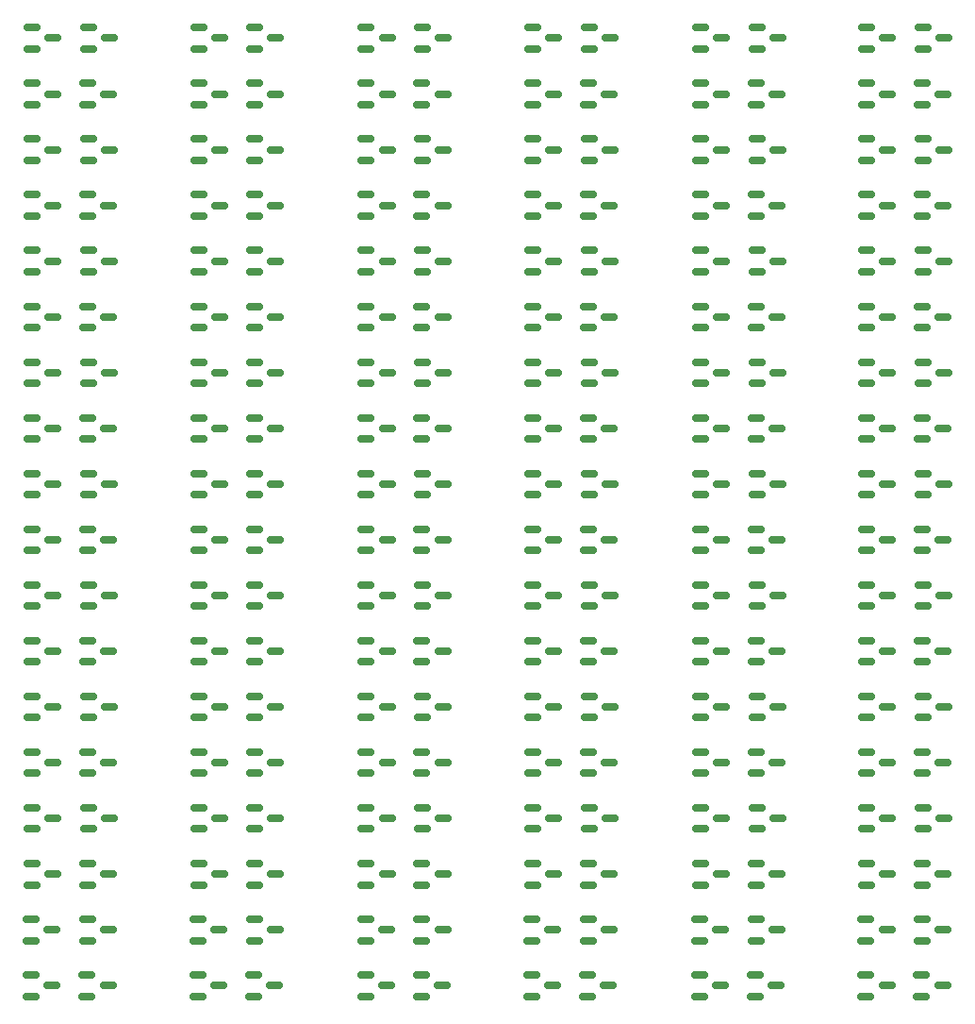
<source format=gbr>
%TF.GenerationSoftware,KiCad,Pcbnew,(6.0.10)*%
%TF.CreationDate,2023-01-14T17:24:48+01:00*%
%TF.ProjectId,transistor_party,7472616e-7369-4737-946f-725f70617274,rev?*%
%TF.SameCoordinates,Original*%
%TF.FileFunction,Paste,Top*%
%TF.FilePolarity,Positive*%
%FSLAX46Y46*%
G04 Gerber Fmt 4.6, Leading zero omitted, Abs format (unit mm)*
G04 Created by KiCad (PCBNEW (6.0.10)) date 2023-01-14 17:24:48*
%MOMM*%
%LPD*%
G01*
G04 APERTURE LIST*
G04 Aperture macros list*
%AMRoundRect*
0 Rectangle with rounded corners*
0 $1 Rounding radius*
0 $2 $3 $4 $5 $6 $7 $8 $9 X,Y pos of 4 corners*
0 Add a 4 corners polygon primitive as box body*
4,1,4,$2,$3,$4,$5,$6,$7,$8,$9,$2,$3,0*
0 Add four circle primitives for the rounded corners*
1,1,$1+$1,$2,$3*
1,1,$1+$1,$4,$5*
1,1,$1+$1,$6,$7*
1,1,$1+$1,$8,$9*
0 Add four rect primitives between the rounded corners*
20,1,$1+$1,$2,$3,$4,$5,0*
20,1,$1+$1,$4,$5,$6,$7,0*
20,1,$1+$1,$6,$7,$8,$9,0*
20,1,$1+$1,$8,$9,$2,$3,0*%
G04 Aperture macros list end*
%ADD10RoundRect,0.150000X-0.587500X-0.150000X0.587500X-0.150000X0.587500X0.150000X-0.587500X0.150000X0*%
G04 APERTURE END LIST*
D10*
%TO.C,Q215*%
X136937500Y-119550000D03*
X136937500Y-121450000D03*
X138812500Y-120500000D03*
%TD*%
%TO.C,Q202*%
X128937500Y-115500000D03*
X127062500Y-116450000D03*
X127062500Y-114550000D03*
%TD*%
%TO.C,Q216*%
X141937500Y-119550000D03*
X141937500Y-121450000D03*
X143812500Y-120500000D03*
%TD*%
%TO.C,Q194*%
X68937500Y-115500000D03*
X67062500Y-116450000D03*
X67062500Y-114550000D03*
%TD*%
%TO.C,Q205*%
X62000000Y-119550000D03*
X62000000Y-121450000D03*
X63875000Y-120500000D03*
%TD*%
%TO.C,Q206*%
X67000000Y-119550000D03*
X67000000Y-121450000D03*
X68875000Y-120500000D03*
%TD*%
%TO.C,Q193*%
X63875000Y-115500000D03*
X62000000Y-116450000D03*
X62000000Y-114550000D03*
%TD*%
%TO.C,Q199*%
X108812500Y-115500000D03*
X106937500Y-116450000D03*
X106937500Y-114550000D03*
%TD*%
%TO.C,Q212*%
X111937500Y-119550000D03*
X111937500Y-121450000D03*
X113812500Y-120500000D03*
%TD*%
%TO.C,Q197*%
X93875000Y-115500000D03*
X92000000Y-116450000D03*
X92000000Y-114550000D03*
%TD*%
%TO.C,Q201*%
X123875000Y-115500000D03*
X122000000Y-116450000D03*
X122000000Y-114550000D03*
%TD*%
%TO.C,Q204*%
X143875000Y-115500000D03*
X142000000Y-116450000D03*
X142000000Y-114550000D03*
%TD*%
%TO.C,Q209*%
X92000000Y-119550000D03*
X92000000Y-121450000D03*
X93875000Y-120500000D03*
%TD*%
%TO.C,Q198*%
X98937500Y-115500000D03*
X97062500Y-116450000D03*
X97062500Y-114550000D03*
%TD*%
%TO.C,Q210*%
X97000000Y-119550000D03*
X97000000Y-121450000D03*
X98875000Y-120500000D03*
%TD*%
%TO.C,Q211*%
X106937500Y-119550000D03*
X106937500Y-121450000D03*
X108812500Y-120500000D03*
%TD*%
%TO.C,Q200*%
X113875000Y-115500000D03*
X112000000Y-116450000D03*
X112000000Y-114550000D03*
%TD*%
%TO.C,Q196*%
X83875000Y-115500000D03*
X82000000Y-116450000D03*
X82000000Y-114550000D03*
%TD*%
%TO.C,Q207*%
X76937500Y-119550000D03*
X76937500Y-121450000D03*
X78812500Y-120500000D03*
%TD*%
%TO.C,Q195*%
X78812500Y-115500000D03*
X76937500Y-116450000D03*
X76937500Y-114550000D03*
%TD*%
%TO.C,Q208*%
X81937500Y-119550000D03*
X81937500Y-121450000D03*
X83812500Y-120500000D03*
%TD*%
%TO.C,Q213*%
X122000000Y-119550000D03*
X122000000Y-121450000D03*
X123875000Y-120500000D03*
%TD*%
%TO.C,Q203*%
X138812500Y-115500000D03*
X136937500Y-116450000D03*
X136937500Y-114550000D03*
%TD*%
%TO.C,Q214*%
X127000000Y-119550000D03*
X127000000Y-121450000D03*
X128875000Y-120500000D03*
%TD*%
%TO.C,Q143*%
X137000000Y-89550000D03*
X137000000Y-91450000D03*
X138875000Y-90500000D03*
%TD*%
%TO.C,Q130*%
X129000000Y-85500000D03*
X127125000Y-86450000D03*
X127125000Y-84550000D03*
%TD*%
%TO.C,Q98*%
X69000000Y-75500000D03*
X67125000Y-76450000D03*
X67125000Y-74550000D03*
%TD*%
%TO.C,Q109*%
X62062500Y-79550000D03*
X62062500Y-81450000D03*
X63937500Y-80500000D03*
%TD*%
%TO.C,Q110*%
X67062500Y-79550000D03*
X67062500Y-81450000D03*
X68937500Y-80500000D03*
%TD*%
%TO.C,Q97*%
X63937500Y-75500000D03*
X62062500Y-76450000D03*
X62062500Y-74550000D03*
%TD*%
%TO.C,Q191*%
X137000000Y-109550000D03*
X137000000Y-111450000D03*
X138875000Y-110500000D03*
%TD*%
%TO.C,Q178*%
X129000000Y-105500000D03*
X127125000Y-106450000D03*
X127125000Y-104550000D03*
%TD*%
%TO.C,Q146*%
X69000000Y-95500000D03*
X67125000Y-96450000D03*
X67125000Y-94550000D03*
%TD*%
%TO.C,Q157*%
X62062500Y-99550000D03*
X62062500Y-101450000D03*
X63937500Y-100500000D03*
%TD*%
%TO.C,Q158*%
X67062500Y-99550000D03*
X67062500Y-101450000D03*
X68937500Y-100500000D03*
%TD*%
%TO.C,Q145*%
X63937500Y-95500000D03*
X62062500Y-96450000D03*
X62062500Y-94550000D03*
%TD*%
%TO.C,Q168*%
X142000000Y-99550000D03*
X142000000Y-101450000D03*
X143875000Y-100500000D03*
%TD*%
%TO.C,Q120*%
X142000000Y-79550000D03*
X142000000Y-81450000D03*
X143875000Y-80500000D03*
%TD*%
%TO.C,Q119*%
X137000000Y-79550000D03*
X137000000Y-81450000D03*
X138875000Y-80500000D03*
%TD*%
%TO.C,Q103*%
X108875000Y-75500000D03*
X107000000Y-76450000D03*
X107000000Y-74550000D03*
%TD*%
%TO.C,Q116*%
X112000000Y-79550000D03*
X112000000Y-81450000D03*
X113875000Y-80500000D03*
%TD*%
%TO.C,Q101*%
X93937500Y-75500000D03*
X92062500Y-76450000D03*
X92062500Y-74550000D03*
%TD*%
%TO.C,Q122*%
X69000000Y-85500000D03*
X67125000Y-86450000D03*
X67125000Y-84550000D03*
%TD*%
%TO.C,Q133*%
X62062500Y-89550000D03*
X62062500Y-91450000D03*
X63937500Y-90500000D03*
%TD*%
%TO.C,Q134*%
X67062500Y-89550000D03*
X67062500Y-91450000D03*
X68937500Y-90500000D03*
%TD*%
%TO.C,Q121*%
X63937500Y-85500000D03*
X62062500Y-86450000D03*
X62062500Y-84550000D03*
%TD*%
%TO.C,Q144*%
X142000000Y-89550000D03*
X142000000Y-91450000D03*
X143875000Y-90500000D03*
%TD*%
%TO.C,Q192*%
X142000000Y-109550000D03*
X142000000Y-111450000D03*
X143875000Y-110500000D03*
%TD*%
%TO.C,Q127*%
X108875000Y-85500000D03*
X107000000Y-86450000D03*
X107000000Y-84550000D03*
%TD*%
%TO.C,Q140*%
X112000000Y-89550000D03*
X112000000Y-91450000D03*
X113875000Y-90500000D03*
%TD*%
%TO.C,Q125*%
X93937500Y-85500000D03*
X92062500Y-86450000D03*
X92062500Y-84550000D03*
%TD*%
%TO.C,Q129*%
X123937500Y-85500000D03*
X122062500Y-86450000D03*
X122062500Y-84550000D03*
%TD*%
%TO.C,Q132*%
X143937500Y-85500000D03*
X142062500Y-86450000D03*
X142062500Y-84550000D03*
%TD*%
%TO.C,Q137*%
X92062500Y-89550000D03*
X92062500Y-91450000D03*
X93937500Y-90500000D03*
%TD*%
%TO.C,Q126*%
X99000000Y-85500000D03*
X97125000Y-86450000D03*
X97125000Y-84550000D03*
%TD*%
%TO.C,Q138*%
X97062500Y-89550000D03*
X97062500Y-91450000D03*
X98937500Y-90500000D03*
%TD*%
%TO.C,Q139*%
X107000000Y-89550000D03*
X107000000Y-91450000D03*
X108875000Y-90500000D03*
%TD*%
%TO.C,Q128*%
X113937500Y-85500000D03*
X112062500Y-86450000D03*
X112062500Y-84550000D03*
%TD*%
%TO.C,Q124*%
X83937500Y-85500000D03*
X82062500Y-86450000D03*
X82062500Y-84550000D03*
%TD*%
%TO.C,Q135*%
X77000000Y-89550000D03*
X77000000Y-91450000D03*
X78875000Y-90500000D03*
%TD*%
%TO.C,Q152*%
X113937500Y-95500000D03*
X112062500Y-96450000D03*
X112062500Y-94550000D03*
%TD*%
%TO.C,Q148*%
X83937500Y-95500000D03*
X82062500Y-96450000D03*
X82062500Y-94550000D03*
%TD*%
%TO.C,Q159*%
X77000000Y-99550000D03*
X77000000Y-101450000D03*
X78875000Y-100500000D03*
%TD*%
%TO.C,Q147*%
X78875000Y-95500000D03*
X77000000Y-96450000D03*
X77000000Y-94550000D03*
%TD*%
%TO.C,Q160*%
X82000000Y-99550000D03*
X82000000Y-101450000D03*
X83875000Y-100500000D03*
%TD*%
%TO.C,Q166*%
X127062500Y-99550000D03*
X127062500Y-101450000D03*
X128937500Y-100500000D03*
%TD*%
%TO.C,Q154*%
X129000000Y-95500000D03*
X127125000Y-96450000D03*
X127125000Y-94550000D03*
%TD*%
%TO.C,Q165*%
X122062500Y-99550000D03*
X122062500Y-101450000D03*
X123937500Y-100500000D03*
%TD*%
%TO.C,Q155*%
X138875000Y-95500000D03*
X137000000Y-96450000D03*
X137000000Y-94550000D03*
%TD*%
%TO.C,Q105*%
X123937500Y-75500000D03*
X122062500Y-76450000D03*
X122062500Y-74550000D03*
%TD*%
%TO.C,Q123*%
X78875000Y-85500000D03*
X77000000Y-86450000D03*
X77000000Y-84550000D03*
%TD*%
%TO.C,Q136*%
X82000000Y-89550000D03*
X82000000Y-91450000D03*
X83875000Y-90500000D03*
%TD*%
%TO.C,Q141*%
X122062500Y-89550000D03*
X122062500Y-91450000D03*
X123937500Y-90500000D03*
%TD*%
%TO.C,Q131*%
X138875000Y-85500000D03*
X137000000Y-86450000D03*
X137000000Y-84550000D03*
%TD*%
%TO.C,Q108*%
X143937500Y-75500000D03*
X142062500Y-76450000D03*
X142062500Y-74550000D03*
%TD*%
%TO.C,Q167*%
X137000000Y-99550000D03*
X137000000Y-101450000D03*
X138875000Y-100500000D03*
%TD*%
%TO.C,Q151*%
X108875000Y-95500000D03*
X107000000Y-96450000D03*
X107000000Y-94550000D03*
%TD*%
%TO.C,Q164*%
X112000000Y-99550000D03*
X112000000Y-101450000D03*
X113875000Y-100500000D03*
%TD*%
%TO.C,Q149*%
X93937500Y-95500000D03*
X92062500Y-96450000D03*
X92062500Y-94550000D03*
%TD*%
%TO.C,Q170*%
X69000000Y-105500000D03*
X67125000Y-106450000D03*
X67125000Y-104550000D03*
%TD*%
%TO.C,Q181*%
X62062500Y-109550000D03*
X62062500Y-111450000D03*
X63937500Y-110500000D03*
%TD*%
%TO.C,Q182*%
X67062500Y-109550000D03*
X67062500Y-111450000D03*
X68937500Y-110500000D03*
%TD*%
%TO.C,Q169*%
X63937500Y-105500000D03*
X62062500Y-106450000D03*
X62062500Y-104550000D03*
%TD*%
%TO.C,Q175*%
X108875000Y-105500000D03*
X107000000Y-106450000D03*
X107000000Y-104550000D03*
%TD*%
%TO.C,Q188*%
X112000000Y-109550000D03*
X112000000Y-111450000D03*
X113875000Y-110500000D03*
%TD*%
%TO.C,Q173*%
X93937500Y-105500000D03*
X92062500Y-106450000D03*
X92062500Y-104550000D03*
%TD*%
%TO.C,Q177*%
X123937500Y-105500000D03*
X122062500Y-106450000D03*
X122062500Y-104550000D03*
%TD*%
%TO.C,Q180*%
X143937500Y-105500000D03*
X142062500Y-106450000D03*
X142062500Y-104550000D03*
%TD*%
%TO.C,Q185*%
X92062500Y-109550000D03*
X92062500Y-111450000D03*
X93937500Y-110500000D03*
%TD*%
%TO.C,Q174*%
X99000000Y-105500000D03*
X97125000Y-106450000D03*
X97125000Y-104550000D03*
%TD*%
%TO.C,Q186*%
X97062500Y-109550000D03*
X97062500Y-111450000D03*
X98937500Y-110500000D03*
%TD*%
%TO.C,Q187*%
X107000000Y-109550000D03*
X107000000Y-111450000D03*
X108875000Y-110500000D03*
%TD*%
%TO.C,Q176*%
X113937500Y-105500000D03*
X112062500Y-106450000D03*
X112062500Y-104550000D03*
%TD*%
%TO.C,Q172*%
X83937500Y-105500000D03*
X82062500Y-106450000D03*
X82062500Y-104550000D03*
%TD*%
%TO.C,Q183*%
X77000000Y-109550000D03*
X77000000Y-111450000D03*
X78875000Y-110500000D03*
%TD*%
%TO.C,Q153*%
X123937500Y-95500000D03*
X122062500Y-96450000D03*
X122062500Y-94550000D03*
%TD*%
%TO.C,Q171*%
X78875000Y-105500000D03*
X77000000Y-106450000D03*
X77000000Y-104550000D03*
%TD*%
%TO.C,Q184*%
X82000000Y-109550000D03*
X82000000Y-111450000D03*
X83875000Y-110500000D03*
%TD*%
%TO.C,Q189*%
X122062500Y-109550000D03*
X122062500Y-111450000D03*
X123937500Y-110500000D03*
%TD*%
%TO.C,Q179*%
X138875000Y-105500000D03*
X137000000Y-106450000D03*
X137000000Y-104550000D03*
%TD*%
%TO.C,Q156*%
X143937500Y-95500000D03*
X142062500Y-96450000D03*
X142062500Y-94550000D03*
%TD*%
%TO.C,Q190*%
X127062500Y-109550000D03*
X127062500Y-111450000D03*
X128937500Y-110500000D03*
%TD*%
%TO.C,Q161*%
X92062500Y-99550000D03*
X92062500Y-101450000D03*
X93937500Y-100500000D03*
%TD*%
%TO.C,Q150*%
X99000000Y-95500000D03*
X97125000Y-96450000D03*
X97125000Y-94550000D03*
%TD*%
%TO.C,Q162*%
X97062500Y-99550000D03*
X97062500Y-101450000D03*
X98937500Y-100500000D03*
%TD*%
%TO.C,Q163*%
X107000000Y-99550000D03*
X107000000Y-101450000D03*
X108875000Y-100500000D03*
%TD*%
%TO.C,Q142*%
X127062500Y-89550000D03*
X127062500Y-91450000D03*
X128937500Y-90500000D03*
%TD*%
%TO.C,Q113*%
X92062500Y-79550000D03*
X92062500Y-81450000D03*
X93937500Y-80500000D03*
%TD*%
%TO.C,Q102*%
X99000000Y-75500000D03*
X97125000Y-76450000D03*
X97125000Y-74550000D03*
%TD*%
%TO.C,Q114*%
X97062500Y-79550000D03*
X97062500Y-81450000D03*
X98937500Y-80500000D03*
%TD*%
%TO.C,Q115*%
X107000000Y-79550000D03*
X107000000Y-81450000D03*
X108875000Y-80500000D03*
%TD*%
%TO.C,Q104*%
X113937500Y-75500000D03*
X112062500Y-76450000D03*
X112062500Y-74550000D03*
%TD*%
%TO.C,Q100*%
X83937500Y-75500000D03*
X82062500Y-76450000D03*
X82062500Y-74550000D03*
%TD*%
%TO.C,Q111*%
X77000000Y-79550000D03*
X77000000Y-81450000D03*
X78875000Y-80500000D03*
%TD*%
%TO.C,Q99*%
X78875000Y-75500000D03*
X77000000Y-76450000D03*
X77000000Y-74550000D03*
%TD*%
%TO.C,Q112*%
X82000000Y-79550000D03*
X82000000Y-81450000D03*
X83875000Y-80500000D03*
%TD*%
%TO.C,Q118*%
X127062500Y-79550000D03*
X127062500Y-81450000D03*
X128937500Y-80500000D03*
%TD*%
%TO.C,Q106*%
X129000000Y-75500000D03*
X127125000Y-76450000D03*
X127125000Y-74550000D03*
%TD*%
%TO.C,Q117*%
X122062500Y-79550000D03*
X122062500Y-81450000D03*
X123937500Y-80500000D03*
%TD*%
%TO.C,Q107*%
X138875000Y-75500000D03*
X137000000Y-76450000D03*
X137000000Y-74550000D03*
%TD*%
%TO.C,Q95*%
X137000000Y-69550000D03*
X137000000Y-71450000D03*
X138875000Y-70500000D03*
%TD*%
%TO.C,Q82*%
X129000000Y-65500000D03*
X127125000Y-66450000D03*
X127125000Y-64550000D03*
%TD*%
%TO.C,Q50*%
X69000000Y-55500000D03*
X67125000Y-56450000D03*
X67125000Y-54550000D03*
%TD*%
%TO.C,Q61*%
X62062500Y-59550000D03*
X62062500Y-61450000D03*
X63937500Y-60500000D03*
%TD*%
%TO.C,Q62*%
X67062500Y-59550000D03*
X67062500Y-61450000D03*
X68937500Y-60500000D03*
%TD*%
%TO.C,Q49*%
X63937500Y-55500000D03*
X62062500Y-56450000D03*
X62062500Y-54550000D03*
%TD*%
%TO.C,Q72*%
X142000000Y-59550000D03*
X142000000Y-61450000D03*
X143875000Y-60500000D03*
%TD*%
%TO.C,Q71*%
X137000000Y-59550000D03*
X137000000Y-61450000D03*
X138875000Y-60500000D03*
%TD*%
%TO.C,Q55*%
X108875000Y-55500000D03*
X107000000Y-56450000D03*
X107000000Y-54550000D03*
%TD*%
%TO.C,Q68*%
X112000000Y-59550000D03*
X112000000Y-61450000D03*
X113875000Y-60500000D03*
%TD*%
%TO.C,Q53*%
X93937500Y-55500000D03*
X92062500Y-56450000D03*
X92062500Y-54550000D03*
%TD*%
%TO.C,Q74*%
X69000000Y-65500000D03*
X67125000Y-66450000D03*
X67125000Y-64550000D03*
%TD*%
%TO.C,Q85*%
X62062500Y-69550000D03*
X62062500Y-71450000D03*
X63937500Y-70500000D03*
%TD*%
%TO.C,Q86*%
X67062500Y-69550000D03*
X67062500Y-71450000D03*
X68937500Y-70500000D03*
%TD*%
%TO.C,Q73*%
X63937500Y-65500000D03*
X62062500Y-66450000D03*
X62062500Y-64550000D03*
%TD*%
%TO.C,Q96*%
X142000000Y-69550000D03*
X142000000Y-71450000D03*
X143875000Y-70500000D03*
%TD*%
%TO.C,Q79*%
X108875000Y-65500000D03*
X107000000Y-66450000D03*
X107000000Y-64550000D03*
%TD*%
%TO.C,Q92*%
X112000000Y-69550000D03*
X112000000Y-71450000D03*
X113875000Y-70500000D03*
%TD*%
%TO.C,Q77*%
X93937500Y-65500000D03*
X92062500Y-66450000D03*
X92062500Y-64550000D03*
%TD*%
%TO.C,Q81*%
X123937500Y-65500000D03*
X122062500Y-66450000D03*
X122062500Y-64550000D03*
%TD*%
%TO.C,Q84*%
X143937500Y-65500000D03*
X142062500Y-66450000D03*
X142062500Y-64550000D03*
%TD*%
%TO.C,Q89*%
X92062500Y-69550000D03*
X92062500Y-71450000D03*
X93937500Y-70500000D03*
%TD*%
%TO.C,Q78*%
X99000000Y-65500000D03*
X97125000Y-66450000D03*
X97125000Y-64550000D03*
%TD*%
%TO.C,Q90*%
X97062500Y-69550000D03*
X97062500Y-71450000D03*
X98937500Y-70500000D03*
%TD*%
%TO.C,Q91*%
X107000000Y-69550000D03*
X107000000Y-71450000D03*
X108875000Y-70500000D03*
%TD*%
%TO.C,Q80*%
X113937500Y-65500000D03*
X112062500Y-66450000D03*
X112062500Y-64550000D03*
%TD*%
%TO.C,Q76*%
X83937500Y-65500000D03*
X82062500Y-66450000D03*
X82062500Y-64550000D03*
%TD*%
%TO.C,Q87*%
X77000000Y-69550000D03*
X77000000Y-71450000D03*
X78875000Y-70500000D03*
%TD*%
%TO.C,Q57*%
X123937500Y-55500000D03*
X122062500Y-56450000D03*
X122062500Y-54550000D03*
%TD*%
%TO.C,Q75*%
X78875000Y-65500000D03*
X77000000Y-66450000D03*
X77000000Y-64550000D03*
%TD*%
%TO.C,Q88*%
X82000000Y-69550000D03*
X82000000Y-71450000D03*
X83875000Y-70500000D03*
%TD*%
%TO.C,Q93*%
X122062500Y-69550000D03*
X122062500Y-71450000D03*
X123937500Y-70500000D03*
%TD*%
%TO.C,Q83*%
X138875000Y-65500000D03*
X137000000Y-66450000D03*
X137000000Y-64550000D03*
%TD*%
%TO.C,Q60*%
X143937500Y-55500000D03*
X142062500Y-56450000D03*
X142062500Y-54550000D03*
%TD*%
%TO.C,Q94*%
X127062500Y-69550000D03*
X127062500Y-71450000D03*
X128937500Y-70500000D03*
%TD*%
%TO.C,Q65*%
X92062500Y-59550000D03*
X92062500Y-61450000D03*
X93937500Y-60500000D03*
%TD*%
%TO.C,Q54*%
X99000000Y-55500000D03*
X97125000Y-56450000D03*
X97125000Y-54550000D03*
%TD*%
%TO.C,Q66*%
X97062500Y-59550000D03*
X97062500Y-61450000D03*
X98937500Y-60500000D03*
%TD*%
%TO.C,Q67*%
X107000000Y-59550000D03*
X107000000Y-61450000D03*
X108875000Y-60500000D03*
%TD*%
%TO.C,Q56*%
X113937500Y-55500000D03*
X112062500Y-56450000D03*
X112062500Y-54550000D03*
%TD*%
%TO.C,Q52*%
X83937500Y-55500000D03*
X82062500Y-56450000D03*
X82062500Y-54550000D03*
%TD*%
%TO.C,Q63*%
X77000000Y-59550000D03*
X77000000Y-61450000D03*
X78875000Y-60500000D03*
%TD*%
%TO.C,Q51*%
X78875000Y-55500000D03*
X77000000Y-56450000D03*
X77000000Y-54550000D03*
%TD*%
%TO.C,Q64*%
X82000000Y-59550000D03*
X82000000Y-61450000D03*
X83875000Y-60500000D03*
%TD*%
%TO.C,Q70*%
X127062500Y-59550000D03*
X127062500Y-61450000D03*
X128937500Y-60500000D03*
%TD*%
%TO.C,Q58*%
X129000000Y-55500000D03*
X127125000Y-56450000D03*
X127125000Y-54550000D03*
%TD*%
%TO.C,Q69*%
X122062500Y-59550000D03*
X122062500Y-61450000D03*
X123937500Y-60500000D03*
%TD*%
%TO.C,Q59*%
X138875000Y-55500000D03*
X137000000Y-56450000D03*
X137000000Y-54550000D03*
%TD*%
%TO.C,Q26*%
X69000000Y-45500000D03*
X67125000Y-46450000D03*
X67125000Y-44550000D03*
%TD*%
%TO.C,Q37*%
X62062500Y-49550000D03*
X62062500Y-51450000D03*
X63937500Y-50500000D03*
%TD*%
%TO.C,Q38*%
X67062500Y-49550000D03*
X67062500Y-51450000D03*
X68937500Y-50500000D03*
%TD*%
%TO.C,Q25*%
X63937500Y-45500000D03*
X62062500Y-46450000D03*
X62062500Y-44550000D03*
%TD*%
%TO.C,Q48*%
X142000000Y-49550000D03*
X142000000Y-51450000D03*
X143875000Y-50500000D03*
%TD*%
%TO.C,Q47*%
X137000000Y-49550000D03*
X137000000Y-51450000D03*
X138875000Y-50500000D03*
%TD*%
%TO.C,Q31*%
X108875000Y-45500000D03*
X107000000Y-46450000D03*
X107000000Y-44550000D03*
%TD*%
%TO.C,Q44*%
X112000000Y-49550000D03*
X112000000Y-51450000D03*
X113875000Y-50500000D03*
%TD*%
%TO.C,Q29*%
X93937500Y-45500000D03*
X92062500Y-46450000D03*
X92062500Y-44550000D03*
%TD*%
%TO.C,Q33*%
X123937500Y-45500000D03*
X122062500Y-46450000D03*
X122062500Y-44550000D03*
%TD*%
%TO.C,Q36*%
X143937500Y-45500000D03*
X142062500Y-46450000D03*
X142062500Y-44550000D03*
%TD*%
%TO.C,Q41*%
X92062500Y-49550000D03*
X92062500Y-51450000D03*
X93937500Y-50500000D03*
%TD*%
%TO.C,Q30*%
X99000000Y-45500000D03*
X97125000Y-46450000D03*
X97125000Y-44550000D03*
%TD*%
%TO.C,Q42*%
X97062500Y-49550000D03*
X97062500Y-51450000D03*
X98937500Y-50500000D03*
%TD*%
%TO.C,Q43*%
X107000000Y-49550000D03*
X107000000Y-51450000D03*
X108875000Y-50500000D03*
%TD*%
%TO.C,Q32*%
X113937500Y-45500000D03*
X112062500Y-46450000D03*
X112062500Y-44550000D03*
%TD*%
%TO.C,Q28*%
X83937500Y-45500000D03*
X82062500Y-46450000D03*
X82062500Y-44550000D03*
%TD*%
%TO.C,Q39*%
X77000000Y-49550000D03*
X77000000Y-51450000D03*
X78875000Y-50500000D03*
%TD*%
%TO.C,Q27*%
X78875000Y-45500000D03*
X77000000Y-46450000D03*
X77000000Y-44550000D03*
%TD*%
%TO.C,Q40*%
X82000000Y-49550000D03*
X82000000Y-51450000D03*
X83875000Y-50500000D03*
%TD*%
%TO.C,Q46*%
X127062500Y-49550000D03*
X127062500Y-51450000D03*
X128937500Y-50500000D03*
%TD*%
%TO.C,Q34*%
X129000000Y-45500000D03*
X127125000Y-46450000D03*
X127125000Y-44550000D03*
%TD*%
%TO.C,Q45*%
X122062500Y-49550000D03*
X122062500Y-51450000D03*
X123937500Y-50500000D03*
%TD*%
%TO.C,Q35*%
X138875000Y-45500000D03*
X137000000Y-46450000D03*
X137000000Y-44550000D03*
%TD*%
%TO.C,Q11*%
X138875000Y-35500000D03*
X137000000Y-36450000D03*
X137000000Y-34550000D03*
%TD*%
%TO.C,Q24*%
X142000000Y-39550000D03*
X142000000Y-41450000D03*
X143875000Y-40500000D03*
%TD*%
%TO.C,Q9*%
X123937500Y-35500000D03*
X122062500Y-36450000D03*
X122062500Y-34550000D03*
%TD*%
%TO.C,Q21*%
X122062500Y-39550000D03*
X122062500Y-41450000D03*
X123937500Y-40500000D03*
%TD*%
%TO.C,Q10*%
X129000000Y-35500000D03*
X127125000Y-36450000D03*
X127125000Y-34550000D03*
%TD*%
%TO.C,Q22*%
X127062500Y-39550000D03*
X127062500Y-41450000D03*
X128937500Y-40500000D03*
%TD*%
%TO.C,Q23*%
X137000000Y-39550000D03*
X137000000Y-41450000D03*
X138875000Y-40500000D03*
%TD*%
%TO.C,Q12*%
X143937500Y-35500000D03*
X142062500Y-36450000D03*
X142062500Y-34550000D03*
%TD*%
%TO.C,Q6*%
X99000000Y-35500000D03*
X97125000Y-36450000D03*
X97125000Y-34550000D03*
%TD*%
%TO.C,Q17*%
X92062500Y-39550000D03*
X92062500Y-41450000D03*
X93937500Y-40500000D03*
%TD*%
%TO.C,Q18*%
X97062500Y-39550000D03*
X97062500Y-41450000D03*
X98937500Y-40500000D03*
%TD*%
%TO.C,Q5*%
X93937500Y-35500000D03*
X92062500Y-36450000D03*
X92062500Y-34550000D03*
%TD*%
%TO.C,Q8*%
X113937500Y-35500000D03*
X112062500Y-36450000D03*
X112062500Y-34550000D03*
%TD*%
%TO.C,Q19*%
X107000000Y-39550000D03*
X107000000Y-41450000D03*
X108875000Y-40500000D03*
%TD*%
%TO.C,Q7*%
X108875000Y-35500000D03*
X107000000Y-36450000D03*
X107000000Y-34550000D03*
%TD*%
%TO.C,Q20*%
X112000000Y-39550000D03*
X112000000Y-41450000D03*
X113875000Y-40500000D03*
%TD*%
%TO.C,Q4*%
X83937500Y-35500000D03*
X82062500Y-36450000D03*
X82062500Y-34550000D03*
%TD*%
%TO.C,Q15*%
X77000000Y-39550000D03*
X77000000Y-41450000D03*
X78875000Y-40500000D03*
%TD*%
%TO.C,Q16*%
X82000000Y-39550000D03*
X82000000Y-41450000D03*
X83875000Y-40500000D03*
%TD*%
%TO.C,Q3*%
X78875000Y-35500000D03*
X77000000Y-36450000D03*
X77000000Y-34550000D03*
%TD*%
%TO.C,Q1*%
X63937500Y-35500000D03*
X62062500Y-36450000D03*
X62062500Y-34550000D03*
%TD*%
%TO.C,Q14*%
X67062500Y-39550000D03*
X67062500Y-41450000D03*
X68937500Y-40500000D03*
%TD*%
%TO.C,Q2*%
X69000000Y-35500000D03*
X67125000Y-36450000D03*
X67125000Y-34550000D03*
%TD*%
%TO.C,Q13*%
X62062500Y-39550000D03*
X62062500Y-41450000D03*
X63937500Y-40500000D03*
%TD*%
M02*

</source>
